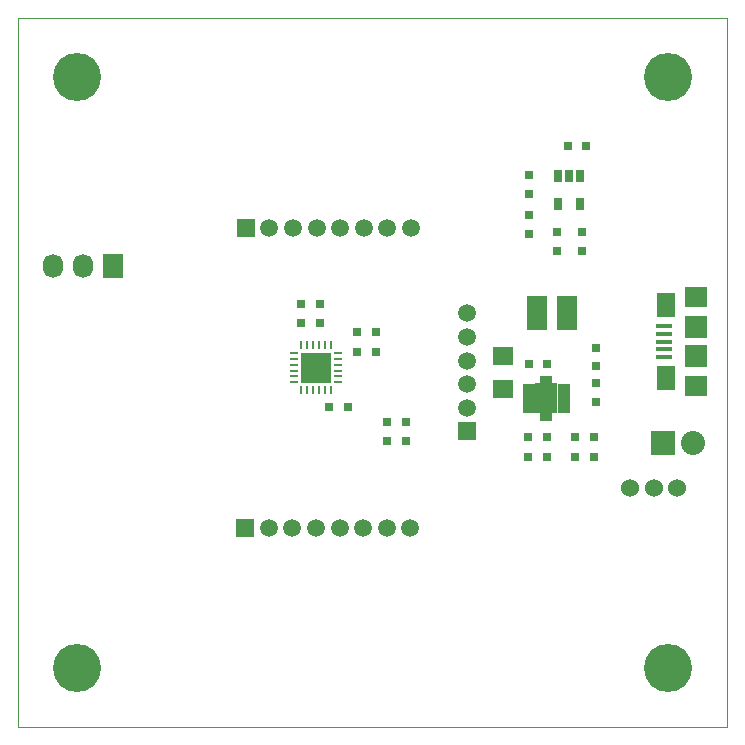
<source format=gbr>
G04 #@! TF.FileFunction,Soldermask,Bot*
%FSLAX46Y46*%
G04 Gerber Fmt 4.6, Leading zero omitted, Abs format (unit mm)*
G04 Created by KiCad (PCBNEW 4.0.2-stable) date Friday, May 27, 2016 'pmt' 03:10:38 pm*
%MOMM*%
G01*
G04 APERTURE LIST*
%ADD10C,0.100000*%
%ADD11R,0.800100X0.800100*%
%ADD12R,1.108360X0.554640*%
%ADD13R,0.539400X0.958500*%
%ADD14R,1.908460X2.657760*%
%ADD15R,1.800000X1.600000*%
%ADD16R,2.032000X2.032000*%
%ADD17O,2.032000X2.032000*%
%ADD18R,1.727200X2.032000*%
%ADD19O,1.727200X2.032000*%
%ADD20R,0.760380X1.060100*%
%ADD21R,1.897380X1.897380*%
%ADD22R,1.897380X1.899920*%
%ADD23R,1.897380X1.795780*%
%ADD24R,1.597660X2.095500*%
%ADD25R,1.346200X0.398780*%
%ADD26C,1.500000*%
%ADD27R,1.500000X1.500000*%
%ADD28R,1.800000X3.000000*%
%ADD29C,4.064000*%
%ADD30C,1.524000*%
%ADD31R,0.698500X0.248920*%
%ADD32R,0.248920X0.698500*%
%ADD33R,2.499360X2.499360*%
G04 APERTURE END LIST*
D10*
X14300000Y-13700000D02*
X74300000Y-13700000D01*
X74300000Y-73700000D02*
X74300000Y-13700000D01*
X14300000Y-73700000D02*
X74300000Y-73700000D01*
X14300000Y-13700000D02*
X14300000Y-73700000D01*
D11*
X62000000Y-31849900D03*
X62000000Y-33450100D03*
X62400100Y-24500000D03*
X60799900Y-24500000D03*
X57499900Y-43000000D03*
X59100100Y-43000000D03*
X57449900Y-50900000D03*
X59050100Y-50900000D03*
X57449900Y-49150000D03*
X59050100Y-49150000D03*
X44600100Y-42000000D03*
X42999900Y-42000000D03*
X44600100Y-40300000D03*
X42999900Y-40300000D03*
X39800000Y-39500100D03*
X39800000Y-37899900D03*
X40599900Y-46600000D03*
X42200100Y-46600000D03*
D12*
X57526800Y-46898220D03*
X57526800Y-46397840D03*
X57526800Y-45900000D03*
X57526800Y-45402160D03*
X57526800Y-44901780D03*
X60473200Y-44901780D03*
X60473200Y-45402160D03*
X60473200Y-45900000D03*
X60473200Y-46397840D03*
X60473200Y-46898220D03*
D13*
X59248920Y-47398600D03*
X58751080Y-47398600D03*
X59248920Y-44401400D03*
X58751080Y-44401400D03*
D14*
X59000000Y-45900000D03*
D15*
X55300000Y-45100000D03*
X55300000Y-42300000D03*
D16*
X68900000Y-49700000D03*
D17*
X71440000Y-49700000D03*
D18*
X22300000Y-34700000D03*
D19*
X19760000Y-34700000D03*
X17220000Y-34700000D03*
D11*
X57550000Y-32000100D03*
X57550000Y-30399900D03*
X59900000Y-31849900D03*
X59900000Y-33450100D03*
X63250000Y-46200100D03*
X63250000Y-44599900D03*
X63050100Y-50900000D03*
X61449900Y-50900000D03*
X63250000Y-43200100D03*
X63250000Y-41599900D03*
X61449900Y-49150000D03*
X63050100Y-49150000D03*
X47100100Y-47900000D03*
X45499900Y-47900000D03*
X47100100Y-49500000D03*
X45499900Y-49500000D03*
X38200000Y-39500100D03*
X38200000Y-37899900D03*
D20*
X59950040Y-27051120D03*
X60900000Y-27051120D03*
X61849960Y-27051120D03*
X59950040Y-29448880D03*
X61849960Y-29448880D03*
D21*
X71652200Y-39901120D03*
D22*
X71652200Y-42298880D03*
D23*
X71652200Y-44899840D03*
D24*
X69102040Y-38001200D03*
D25*
X68975040Y-39802060D03*
X68975040Y-40452300D03*
X68975040Y-41100000D03*
X68975040Y-41747700D03*
X68975040Y-42397940D03*
D24*
X69102040Y-44198800D03*
D23*
X71652200Y-37300160D03*
D11*
X57550000Y-26999900D03*
X57550000Y-28600100D03*
D26*
X47500000Y-56900000D03*
X45500000Y-56900000D03*
X43500000Y-56900000D03*
X41500000Y-56900000D03*
X39500000Y-56900000D03*
X37500000Y-56900000D03*
D27*
X33500000Y-56900000D03*
D26*
X35500000Y-56900000D03*
X47550000Y-31500000D03*
X45550000Y-31500000D03*
X43550000Y-31500000D03*
X41550000Y-31500000D03*
X39550000Y-31500000D03*
X37550000Y-31500000D03*
D27*
X33550000Y-31500000D03*
D26*
X35550000Y-31500000D03*
X52300000Y-38700000D03*
X52300000Y-40700000D03*
X52300000Y-42700000D03*
X52300000Y-44700000D03*
D27*
X52300000Y-48700000D03*
D26*
X52300000Y-46700000D03*
D28*
X60770000Y-38700000D03*
X58230000Y-38700000D03*
D29*
X69300000Y-68700000D03*
X19300000Y-68700000D03*
X69300000Y-18700000D03*
X19300000Y-18700000D03*
D30*
X66101020Y-53500000D03*
X68100000Y-53500000D03*
X70098980Y-53500000D03*
D31*
X37600080Y-44549680D03*
X37600080Y-44049300D03*
X37600080Y-43548920D03*
X37600080Y-43051080D03*
X37600080Y-42550700D03*
X37600080Y-42050320D03*
D32*
X38250320Y-41400080D03*
X38750700Y-41400080D03*
X39251080Y-41400080D03*
X39748920Y-41400080D03*
X40249300Y-41400080D03*
X40749680Y-41400080D03*
D31*
X41399920Y-42050320D03*
X41399920Y-42550700D03*
X41399920Y-43051080D03*
X41399920Y-43548920D03*
X41399920Y-44049300D03*
X41399920Y-44549680D03*
D32*
X40749680Y-45199920D03*
X40249300Y-45199920D03*
X39748920Y-45199920D03*
X39251080Y-45199920D03*
X38750700Y-45199920D03*
X38250320Y-45199920D03*
D33*
X39500000Y-43300000D03*
M02*

</source>
